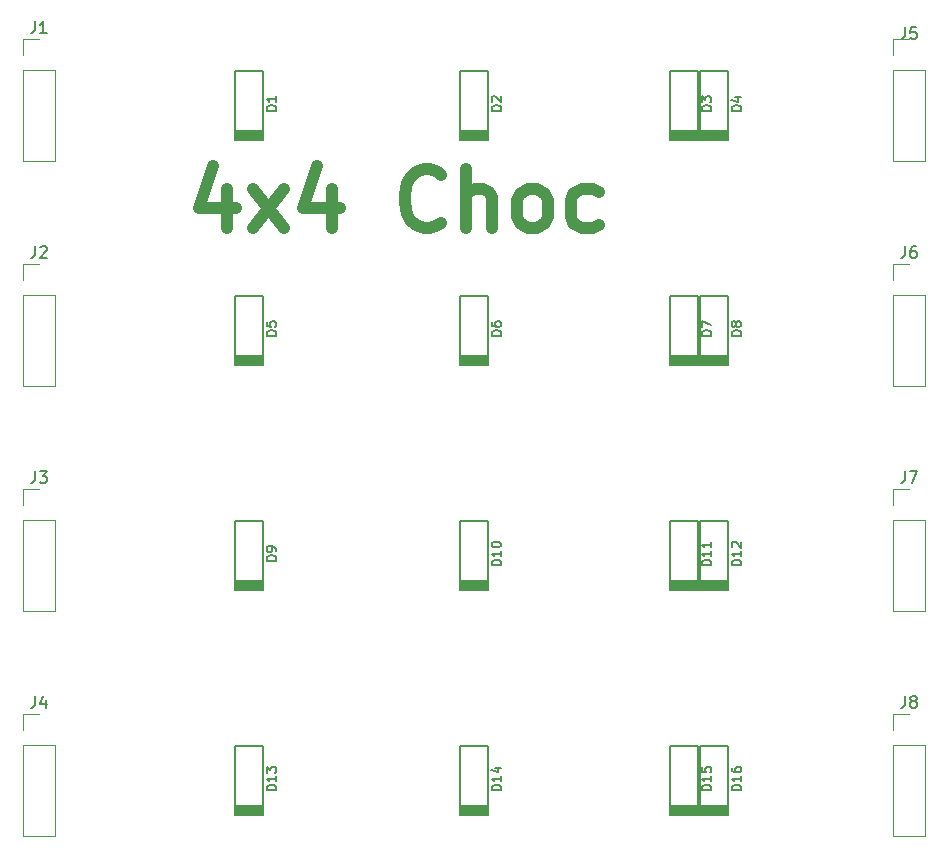
<source format=gbr>
G04 #@! TF.GenerationSoftware,KiCad,Pcbnew,(5.0.0)*
G04 #@! TF.CreationDate,2018-10-05T17:44:57-06:00*
G04 #@! TF.ProjectId,4x4_backpack,3478345F6261636B7061636B2E6B6963,rev?*
G04 #@! TF.SameCoordinates,Original*
G04 #@! TF.FileFunction,Legend,Top*
G04 #@! TF.FilePolarity,Positive*
%FSLAX46Y46*%
G04 Gerber Fmt 4.6, Leading zero omitted, Abs format (unit mm)*
G04 Created by KiCad (PCBNEW (5.0.0)) date 10/05/18 17:44:57*
%MOMM*%
%LPD*%
G01*
G04 APERTURE LIST*
%ADD10C,1.000000*%
%ADD11C,0.120000*%
%ADD12C,0.200000*%
%ADD13C,0.150000*%
G04 APERTURE END LIST*
D10*
X93426190Y-93543571D02*
X93426190Y-96876904D01*
X92235714Y-91638809D02*
X91045238Y-95210238D01*
X94140476Y-95210238D01*
X95569047Y-96876904D02*
X98188095Y-93543571D01*
X95569047Y-93543571D02*
X98188095Y-96876904D01*
X102235714Y-93543571D02*
X102235714Y-96876904D01*
X101045238Y-91638809D02*
X99854761Y-95210238D01*
X102950000Y-95210238D01*
X111521428Y-96400714D02*
X111283333Y-96638809D01*
X110569047Y-96876904D01*
X110092857Y-96876904D01*
X109378571Y-96638809D01*
X108902380Y-96162619D01*
X108664285Y-95686428D01*
X108426190Y-94734047D01*
X108426190Y-94019761D01*
X108664285Y-93067380D01*
X108902380Y-92591190D01*
X109378571Y-92115000D01*
X110092857Y-91876904D01*
X110569047Y-91876904D01*
X111283333Y-92115000D01*
X111521428Y-92353095D01*
X113664285Y-96876904D02*
X113664285Y-91876904D01*
X115807142Y-96876904D02*
X115807142Y-94257857D01*
X115569047Y-93781666D01*
X115092857Y-93543571D01*
X114378571Y-93543571D01*
X113902380Y-93781666D01*
X113664285Y-94019761D01*
X118902380Y-96876904D02*
X118426190Y-96638809D01*
X118188095Y-96400714D01*
X117949999Y-95924523D01*
X117949999Y-94495952D01*
X118188095Y-94019761D01*
X118426190Y-93781666D01*
X118902380Y-93543571D01*
X119616666Y-93543571D01*
X120092857Y-93781666D01*
X120330952Y-94019761D01*
X120569047Y-94495952D01*
X120569047Y-95924523D01*
X120330952Y-96400714D01*
X120092857Y-96638809D01*
X119616666Y-96876904D01*
X118902380Y-96876904D01*
X124854761Y-96638809D02*
X124378571Y-96876904D01*
X123426190Y-96876904D01*
X122949999Y-96638809D01*
X122711904Y-96400714D01*
X122473809Y-95924523D01*
X122473809Y-94495952D01*
X122711904Y-94019761D01*
X122949999Y-93781666D01*
X123426190Y-93543571D01*
X124378571Y-93543571D01*
X124854761Y-93781666D01*
D11*
G04 #@! TO.C,J1*
X76140000Y-91182500D02*
X78800000Y-91182500D01*
X76140000Y-83502500D02*
X76140000Y-91182500D01*
X78800000Y-83502500D02*
X78800000Y-91182500D01*
X76140000Y-83502500D02*
X78800000Y-83502500D01*
X76140000Y-82232500D02*
X76140000Y-80902500D01*
X76140000Y-80902500D02*
X77470000Y-80902500D01*
G04 #@! TO.C,J2*
X76140000Y-99952500D02*
X77470000Y-99952500D01*
X76140000Y-101282500D02*
X76140000Y-99952500D01*
X76140000Y-102552500D02*
X78800000Y-102552500D01*
X78800000Y-102552500D02*
X78800000Y-110232500D01*
X76140000Y-102552500D02*
X76140000Y-110232500D01*
X76140000Y-110232500D02*
X78800000Y-110232500D01*
G04 #@! TO.C,J3*
X76140000Y-129282500D02*
X78800000Y-129282500D01*
X76140000Y-121602500D02*
X76140000Y-129282500D01*
X78800000Y-121602500D02*
X78800000Y-129282500D01*
X76140000Y-121602500D02*
X78800000Y-121602500D01*
X76140000Y-120332500D02*
X76140000Y-119002500D01*
X76140000Y-119002500D02*
X77470000Y-119002500D01*
G04 #@! TO.C,J4*
X76140000Y-138052500D02*
X77470000Y-138052500D01*
X76140000Y-139382500D02*
X76140000Y-138052500D01*
X76140000Y-140652500D02*
X78800000Y-140652500D01*
X78800000Y-140652500D02*
X78800000Y-148332500D01*
X76140000Y-140652500D02*
X76140000Y-148332500D01*
X76140000Y-148332500D02*
X78800000Y-148332500D01*
G04 #@! TO.C,J5*
X149800000Y-91182500D02*
X152460000Y-91182500D01*
X149800000Y-83502500D02*
X149800000Y-91182500D01*
X152460000Y-83502500D02*
X152460000Y-91182500D01*
X149800000Y-83502500D02*
X152460000Y-83502500D01*
X149800000Y-82232500D02*
X149800000Y-80902500D01*
X149800000Y-80902500D02*
X151130000Y-80902500D01*
G04 #@! TO.C,J6*
X149800000Y-99952500D02*
X151130000Y-99952500D01*
X149800000Y-101282500D02*
X149800000Y-99952500D01*
X149800000Y-102552500D02*
X152460000Y-102552500D01*
X152460000Y-102552500D02*
X152460000Y-110232500D01*
X149800000Y-102552500D02*
X149800000Y-110232500D01*
X149800000Y-110232500D02*
X152460000Y-110232500D01*
G04 #@! TO.C,J7*
X149800000Y-129282500D02*
X152460000Y-129282500D01*
X149800000Y-121602500D02*
X149800000Y-129282500D01*
X152460000Y-121602500D02*
X152460000Y-129282500D01*
X149800000Y-121602500D02*
X152460000Y-121602500D01*
X149800000Y-120332500D02*
X149800000Y-119002500D01*
X149800000Y-119002500D02*
X151130000Y-119002500D01*
G04 #@! TO.C,J8*
X149800000Y-138052500D02*
X151130000Y-138052500D01*
X149800000Y-139382500D02*
X149800000Y-138052500D01*
X149800000Y-140652500D02*
X152460000Y-140652500D01*
X152460000Y-140652500D02*
X152460000Y-148332500D01*
X149800000Y-140652500D02*
X149800000Y-148332500D01*
X149800000Y-148332500D02*
X152460000Y-148332500D01*
D12*
G04 #@! TO.C,D1*
X96450000Y-83560000D02*
X96450000Y-89360000D01*
X94050000Y-83560000D02*
X96450000Y-83560000D01*
X94050000Y-89360000D02*
X94050000Y-83560000D01*
X94050000Y-89285000D02*
X96450000Y-89285000D01*
X94050000Y-89160000D02*
X96450000Y-89160000D01*
X96450000Y-89385000D02*
X94050000Y-89385000D01*
X94050000Y-88985000D02*
X96450000Y-88985000D01*
X94050000Y-88810000D02*
X96450000Y-88810000D01*
X94050000Y-88635000D02*
X96450000Y-88635000D01*
G04 #@! TO.C,D2*
X115500000Y-83560000D02*
X115500000Y-89360000D01*
X113100000Y-83560000D02*
X115500000Y-83560000D01*
X113100000Y-89360000D02*
X113100000Y-83560000D01*
X113100000Y-89285000D02*
X115500000Y-89285000D01*
X113100000Y-89160000D02*
X115500000Y-89160000D01*
X115500000Y-89385000D02*
X113100000Y-89385000D01*
X113100000Y-88985000D02*
X115500000Y-88985000D01*
X113100000Y-88810000D02*
X115500000Y-88810000D01*
X113100000Y-88635000D02*
X115500000Y-88635000D01*
G04 #@! TO.C,D3*
X130880000Y-88635000D02*
X133280000Y-88635000D01*
X130880000Y-88810000D02*
X133280000Y-88810000D01*
X130880000Y-88985000D02*
X133280000Y-88985000D01*
X133280000Y-89385000D02*
X130880000Y-89385000D01*
X130880000Y-89160000D02*
X133280000Y-89160000D01*
X130880000Y-89285000D02*
X133280000Y-89285000D01*
X130880000Y-89360000D02*
X130880000Y-83560000D01*
X130880000Y-83560000D02*
X133280000Y-83560000D01*
X133280000Y-83560000D02*
X133280000Y-89360000D01*
G04 #@! TO.C,D4*
X133420000Y-88635000D02*
X135820000Y-88635000D01*
X133420000Y-88810000D02*
X135820000Y-88810000D01*
X133420000Y-88985000D02*
X135820000Y-88985000D01*
X135820000Y-89385000D02*
X133420000Y-89385000D01*
X133420000Y-89160000D02*
X135820000Y-89160000D01*
X133420000Y-89285000D02*
X135820000Y-89285000D01*
X133420000Y-89360000D02*
X133420000Y-83560000D01*
X133420000Y-83560000D02*
X135820000Y-83560000D01*
X135820000Y-83560000D02*
X135820000Y-89360000D01*
G04 #@! TO.C,D5*
X96450000Y-102610000D02*
X96450000Y-108410000D01*
X94050000Y-102610000D02*
X96450000Y-102610000D01*
X94050000Y-108410000D02*
X94050000Y-102610000D01*
X94050000Y-108335000D02*
X96450000Y-108335000D01*
X94050000Y-108210000D02*
X96450000Y-108210000D01*
X96450000Y-108435000D02*
X94050000Y-108435000D01*
X94050000Y-108035000D02*
X96450000Y-108035000D01*
X94050000Y-107860000D02*
X96450000Y-107860000D01*
X94050000Y-107685000D02*
X96450000Y-107685000D01*
G04 #@! TO.C,D6*
X113100000Y-107685000D02*
X115500000Y-107685000D01*
X113100000Y-107860000D02*
X115500000Y-107860000D01*
X113100000Y-108035000D02*
X115500000Y-108035000D01*
X115500000Y-108435000D02*
X113100000Y-108435000D01*
X113100000Y-108210000D02*
X115500000Y-108210000D01*
X113100000Y-108335000D02*
X115500000Y-108335000D01*
X113100000Y-108410000D02*
X113100000Y-102610000D01*
X113100000Y-102610000D02*
X115500000Y-102610000D01*
X115500000Y-102610000D02*
X115500000Y-108410000D01*
G04 #@! TO.C,D7*
X133280000Y-102610000D02*
X133280000Y-108410000D01*
X130880000Y-102610000D02*
X133280000Y-102610000D01*
X130880000Y-108410000D02*
X130880000Y-102610000D01*
X130880000Y-108335000D02*
X133280000Y-108335000D01*
X130880000Y-108210000D02*
X133280000Y-108210000D01*
X133280000Y-108435000D02*
X130880000Y-108435000D01*
X130880000Y-108035000D02*
X133280000Y-108035000D01*
X130880000Y-107860000D02*
X133280000Y-107860000D01*
X130880000Y-107685000D02*
X133280000Y-107685000D01*
G04 #@! TO.C,D8*
X133420000Y-107685000D02*
X135820000Y-107685000D01*
X133420000Y-107860000D02*
X135820000Y-107860000D01*
X133420000Y-108035000D02*
X135820000Y-108035000D01*
X135820000Y-108435000D02*
X133420000Y-108435000D01*
X133420000Y-108210000D02*
X135820000Y-108210000D01*
X133420000Y-108335000D02*
X135820000Y-108335000D01*
X133420000Y-108410000D02*
X133420000Y-102610000D01*
X133420000Y-102610000D02*
X135820000Y-102610000D01*
X135820000Y-102610000D02*
X135820000Y-108410000D01*
G04 #@! TO.C,D9*
X94050000Y-126735000D02*
X96450000Y-126735000D01*
X94050000Y-126910000D02*
X96450000Y-126910000D01*
X94050000Y-127085000D02*
X96450000Y-127085000D01*
X96450000Y-127485000D02*
X94050000Y-127485000D01*
X94050000Y-127260000D02*
X96450000Y-127260000D01*
X94050000Y-127385000D02*
X96450000Y-127385000D01*
X94050000Y-127460000D02*
X94050000Y-121660000D01*
X94050000Y-121660000D02*
X96450000Y-121660000D01*
X96450000Y-121660000D02*
X96450000Y-127460000D01*
G04 #@! TO.C,D10*
X115500000Y-121660000D02*
X115500000Y-127460000D01*
X113100000Y-121660000D02*
X115500000Y-121660000D01*
X113100000Y-127460000D02*
X113100000Y-121660000D01*
X113100000Y-127385000D02*
X115500000Y-127385000D01*
X113100000Y-127260000D02*
X115500000Y-127260000D01*
X115500000Y-127485000D02*
X113100000Y-127485000D01*
X113100000Y-127085000D02*
X115500000Y-127085000D01*
X113100000Y-126910000D02*
X115500000Y-126910000D01*
X113100000Y-126735000D02*
X115500000Y-126735000D01*
G04 #@! TO.C,D11*
X130880000Y-126735000D02*
X133280000Y-126735000D01*
X130880000Y-126910000D02*
X133280000Y-126910000D01*
X130880000Y-127085000D02*
X133280000Y-127085000D01*
X133280000Y-127485000D02*
X130880000Y-127485000D01*
X130880000Y-127260000D02*
X133280000Y-127260000D01*
X130880000Y-127385000D02*
X133280000Y-127385000D01*
X130880000Y-127460000D02*
X130880000Y-121660000D01*
X130880000Y-121660000D02*
X133280000Y-121660000D01*
X133280000Y-121660000D02*
X133280000Y-127460000D01*
G04 #@! TO.C,D12*
X135820000Y-121660000D02*
X135820000Y-127460000D01*
X133420000Y-121660000D02*
X135820000Y-121660000D01*
X133420000Y-127460000D02*
X133420000Y-121660000D01*
X133420000Y-127385000D02*
X135820000Y-127385000D01*
X133420000Y-127260000D02*
X135820000Y-127260000D01*
X135820000Y-127485000D02*
X133420000Y-127485000D01*
X133420000Y-127085000D02*
X135820000Y-127085000D01*
X133420000Y-126910000D02*
X135820000Y-126910000D01*
X133420000Y-126735000D02*
X135820000Y-126735000D01*
G04 #@! TO.C,D13*
X96450000Y-140710000D02*
X96450000Y-146510000D01*
X94050000Y-140710000D02*
X96450000Y-140710000D01*
X94050000Y-146510000D02*
X94050000Y-140710000D01*
X94050000Y-146435000D02*
X96450000Y-146435000D01*
X94050000Y-146310000D02*
X96450000Y-146310000D01*
X96450000Y-146535000D02*
X94050000Y-146535000D01*
X94050000Y-146135000D02*
X96450000Y-146135000D01*
X94050000Y-145960000D02*
X96450000Y-145960000D01*
X94050000Y-145785000D02*
X96450000Y-145785000D01*
G04 #@! TO.C,D14*
X113100000Y-145785000D02*
X115500000Y-145785000D01*
X113100000Y-145960000D02*
X115500000Y-145960000D01*
X113100000Y-146135000D02*
X115500000Y-146135000D01*
X115500000Y-146535000D02*
X113100000Y-146535000D01*
X113100000Y-146310000D02*
X115500000Y-146310000D01*
X113100000Y-146435000D02*
X115500000Y-146435000D01*
X113100000Y-146510000D02*
X113100000Y-140710000D01*
X113100000Y-140710000D02*
X115500000Y-140710000D01*
X115500000Y-140710000D02*
X115500000Y-146510000D01*
G04 #@! TO.C,D15*
X130880000Y-145785000D02*
X133280000Y-145785000D01*
X130880000Y-145960000D02*
X133280000Y-145960000D01*
X130880000Y-146135000D02*
X133280000Y-146135000D01*
X133280000Y-146535000D02*
X130880000Y-146535000D01*
X130880000Y-146310000D02*
X133280000Y-146310000D01*
X130880000Y-146435000D02*
X133280000Y-146435000D01*
X130880000Y-146510000D02*
X130880000Y-140710000D01*
X130880000Y-140710000D02*
X133280000Y-140710000D01*
X133280000Y-140710000D02*
X133280000Y-146510000D01*
G04 #@! TO.C,D16*
X135820000Y-140710000D02*
X135820000Y-146510000D01*
X133420000Y-140710000D02*
X135820000Y-140710000D01*
X133420000Y-146510000D02*
X133420000Y-140710000D01*
X133420000Y-146435000D02*
X135820000Y-146435000D01*
X133420000Y-146310000D02*
X135820000Y-146310000D01*
X135820000Y-146535000D02*
X133420000Y-146535000D01*
X133420000Y-146135000D02*
X135820000Y-146135000D01*
X133420000Y-145960000D02*
X135820000Y-145960000D01*
X133420000Y-145785000D02*
X135820000Y-145785000D01*
G04 #@! TO.C,J1*
D13*
X77136666Y-79354880D02*
X77136666Y-80069166D01*
X77089047Y-80212023D01*
X76993809Y-80307261D01*
X76850952Y-80354880D01*
X76755714Y-80354880D01*
X78136666Y-80354880D02*
X77565238Y-80354880D01*
X77850952Y-80354880D02*
X77850952Y-79354880D01*
X77755714Y-79497738D01*
X77660476Y-79592976D01*
X77565238Y-79640595D01*
G04 #@! TO.C,J2*
X77136666Y-98404880D02*
X77136666Y-99119166D01*
X77089047Y-99262023D01*
X76993809Y-99357261D01*
X76850952Y-99404880D01*
X76755714Y-99404880D01*
X77565238Y-98500119D02*
X77612857Y-98452500D01*
X77708095Y-98404880D01*
X77946190Y-98404880D01*
X78041428Y-98452500D01*
X78089047Y-98500119D01*
X78136666Y-98595357D01*
X78136666Y-98690595D01*
X78089047Y-98833452D01*
X77517619Y-99404880D01*
X78136666Y-99404880D01*
G04 #@! TO.C,J3*
X77136666Y-117454880D02*
X77136666Y-118169166D01*
X77089047Y-118312023D01*
X76993809Y-118407261D01*
X76850952Y-118454880D01*
X76755714Y-118454880D01*
X77517619Y-117454880D02*
X78136666Y-117454880D01*
X77803333Y-117835833D01*
X77946190Y-117835833D01*
X78041428Y-117883452D01*
X78089047Y-117931071D01*
X78136666Y-118026309D01*
X78136666Y-118264404D01*
X78089047Y-118359642D01*
X78041428Y-118407261D01*
X77946190Y-118454880D01*
X77660476Y-118454880D01*
X77565238Y-118407261D01*
X77517619Y-118359642D01*
G04 #@! TO.C,J4*
X77136666Y-136504880D02*
X77136666Y-137219166D01*
X77089047Y-137362023D01*
X76993809Y-137457261D01*
X76850952Y-137504880D01*
X76755714Y-137504880D01*
X78041428Y-136838214D02*
X78041428Y-137504880D01*
X77803333Y-136457261D02*
X77565238Y-137171547D01*
X78184285Y-137171547D01*
G04 #@! TO.C,J5*
X150796666Y-79859879D02*
X150796666Y-80574165D01*
X150749047Y-80717022D01*
X150653809Y-80812260D01*
X150510952Y-80859879D01*
X150415714Y-80859879D01*
X151749047Y-79859879D02*
X151272857Y-79859879D01*
X151225238Y-80336070D01*
X151272857Y-80288451D01*
X151368095Y-80240832D01*
X151606190Y-80240832D01*
X151701428Y-80288451D01*
X151749047Y-80336070D01*
X151796666Y-80431308D01*
X151796666Y-80669403D01*
X151749047Y-80764641D01*
X151701428Y-80812260D01*
X151606190Y-80859879D01*
X151368095Y-80859879D01*
X151272857Y-80812260D01*
X151225238Y-80764641D01*
G04 #@! TO.C,J6*
X150796666Y-98404880D02*
X150796666Y-99119166D01*
X150749047Y-99262023D01*
X150653809Y-99357261D01*
X150510952Y-99404880D01*
X150415714Y-99404880D01*
X151701428Y-98404880D02*
X151510952Y-98404880D01*
X151415714Y-98452500D01*
X151368095Y-98500119D01*
X151272857Y-98642976D01*
X151225238Y-98833452D01*
X151225238Y-99214404D01*
X151272857Y-99309642D01*
X151320476Y-99357261D01*
X151415714Y-99404880D01*
X151606190Y-99404880D01*
X151701428Y-99357261D01*
X151749047Y-99309642D01*
X151796666Y-99214404D01*
X151796666Y-98976309D01*
X151749047Y-98881071D01*
X151701428Y-98833452D01*
X151606190Y-98785833D01*
X151415714Y-98785833D01*
X151320476Y-98833452D01*
X151272857Y-98881071D01*
X151225238Y-98976309D01*
G04 #@! TO.C,J7*
X150796666Y-117454880D02*
X150796666Y-118169166D01*
X150749047Y-118312023D01*
X150653809Y-118407261D01*
X150510952Y-118454880D01*
X150415714Y-118454880D01*
X151177619Y-117454880D02*
X151844285Y-117454880D01*
X151415714Y-118454880D01*
G04 #@! TO.C,J8*
X150796666Y-136504880D02*
X150796666Y-137219166D01*
X150749047Y-137362023D01*
X150653809Y-137457261D01*
X150510952Y-137504880D01*
X150415714Y-137504880D01*
X151415714Y-136933452D02*
X151320476Y-136885833D01*
X151272857Y-136838214D01*
X151225238Y-136742976D01*
X151225238Y-136695357D01*
X151272857Y-136600119D01*
X151320476Y-136552500D01*
X151415714Y-136504880D01*
X151606190Y-136504880D01*
X151701428Y-136552500D01*
X151749047Y-136600119D01*
X151796666Y-136695357D01*
X151796666Y-136742976D01*
X151749047Y-136838214D01*
X151701428Y-136885833D01*
X151606190Y-136933452D01*
X151415714Y-136933452D01*
X151320476Y-136981071D01*
X151272857Y-137028690D01*
X151225238Y-137123928D01*
X151225238Y-137314404D01*
X151272857Y-137409642D01*
X151320476Y-137457261D01*
X151415714Y-137504880D01*
X151606190Y-137504880D01*
X151701428Y-137457261D01*
X151749047Y-137409642D01*
X151796666Y-137314404D01*
X151796666Y-137123928D01*
X151749047Y-137028690D01*
X151701428Y-136981071D01*
X151606190Y-136933452D01*
G04 #@! TO.C,D1*
X97536904Y-86950476D02*
X96736904Y-86950476D01*
X96736904Y-86760000D01*
X96775000Y-86645714D01*
X96851190Y-86569523D01*
X96927380Y-86531428D01*
X97079761Y-86493333D01*
X97194047Y-86493333D01*
X97346428Y-86531428D01*
X97422619Y-86569523D01*
X97498809Y-86645714D01*
X97536904Y-86760000D01*
X97536904Y-86950476D01*
X97536904Y-85731428D02*
X97536904Y-86188571D01*
X97536904Y-85960000D02*
X96736904Y-85960000D01*
X96851190Y-86036190D01*
X96927380Y-86112380D01*
X96965476Y-86188571D01*
G04 #@! TO.C,D2*
X116586904Y-86950476D02*
X115786904Y-86950476D01*
X115786904Y-86760000D01*
X115825000Y-86645714D01*
X115901190Y-86569523D01*
X115977380Y-86531428D01*
X116129761Y-86493333D01*
X116244047Y-86493333D01*
X116396428Y-86531428D01*
X116472619Y-86569523D01*
X116548809Y-86645714D01*
X116586904Y-86760000D01*
X116586904Y-86950476D01*
X115863095Y-86188571D02*
X115825000Y-86150476D01*
X115786904Y-86074285D01*
X115786904Y-85883809D01*
X115825000Y-85807619D01*
X115863095Y-85769523D01*
X115939285Y-85731428D01*
X116015476Y-85731428D01*
X116129761Y-85769523D01*
X116586904Y-86226666D01*
X116586904Y-85731428D01*
G04 #@! TO.C,D3*
X134366904Y-86950476D02*
X133566904Y-86950476D01*
X133566904Y-86760000D01*
X133605000Y-86645714D01*
X133681190Y-86569523D01*
X133757380Y-86531428D01*
X133909761Y-86493333D01*
X134024047Y-86493333D01*
X134176428Y-86531428D01*
X134252619Y-86569523D01*
X134328809Y-86645714D01*
X134366904Y-86760000D01*
X134366904Y-86950476D01*
X133566904Y-86226666D02*
X133566904Y-85731428D01*
X133871666Y-85998095D01*
X133871666Y-85883809D01*
X133909761Y-85807619D01*
X133947857Y-85769523D01*
X134024047Y-85731428D01*
X134214523Y-85731428D01*
X134290714Y-85769523D01*
X134328809Y-85807619D01*
X134366904Y-85883809D01*
X134366904Y-86112380D01*
X134328809Y-86188571D01*
X134290714Y-86226666D01*
G04 #@! TO.C,D4*
X136906904Y-86950476D02*
X136106904Y-86950476D01*
X136106904Y-86760000D01*
X136145000Y-86645714D01*
X136221190Y-86569523D01*
X136297380Y-86531428D01*
X136449761Y-86493333D01*
X136564047Y-86493333D01*
X136716428Y-86531428D01*
X136792619Y-86569523D01*
X136868809Y-86645714D01*
X136906904Y-86760000D01*
X136906904Y-86950476D01*
X136373571Y-85807619D02*
X136906904Y-85807619D01*
X136068809Y-85998095D02*
X136640238Y-86188571D01*
X136640238Y-85693333D01*
G04 #@! TO.C,D5*
X97536904Y-106000476D02*
X96736904Y-106000476D01*
X96736904Y-105810000D01*
X96775000Y-105695714D01*
X96851190Y-105619523D01*
X96927380Y-105581428D01*
X97079761Y-105543333D01*
X97194047Y-105543333D01*
X97346428Y-105581428D01*
X97422619Y-105619523D01*
X97498809Y-105695714D01*
X97536904Y-105810000D01*
X97536904Y-106000476D01*
X96736904Y-104819523D02*
X96736904Y-105200476D01*
X97117857Y-105238571D01*
X97079761Y-105200476D01*
X97041666Y-105124285D01*
X97041666Y-104933809D01*
X97079761Y-104857619D01*
X97117857Y-104819523D01*
X97194047Y-104781428D01*
X97384523Y-104781428D01*
X97460714Y-104819523D01*
X97498809Y-104857619D01*
X97536904Y-104933809D01*
X97536904Y-105124285D01*
X97498809Y-105200476D01*
X97460714Y-105238571D01*
G04 #@! TO.C,D6*
X116586904Y-106000476D02*
X115786904Y-106000476D01*
X115786904Y-105810000D01*
X115825000Y-105695714D01*
X115901190Y-105619523D01*
X115977380Y-105581428D01*
X116129761Y-105543333D01*
X116244047Y-105543333D01*
X116396428Y-105581428D01*
X116472619Y-105619523D01*
X116548809Y-105695714D01*
X116586904Y-105810000D01*
X116586904Y-106000476D01*
X115786904Y-104857619D02*
X115786904Y-105010000D01*
X115825000Y-105086190D01*
X115863095Y-105124285D01*
X115977380Y-105200476D01*
X116129761Y-105238571D01*
X116434523Y-105238571D01*
X116510714Y-105200476D01*
X116548809Y-105162380D01*
X116586904Y-105086190D01*
X116586904Y-104933809D01*
X116548809Y-104857619D01*
X116510714Y-104819523D01*
X116434523Y-104781428D01*
X116244047Y-104781428D01*
X116167857Y-104819523D01*
X116129761Y-104857619D01*
X116091666Y-104933809D01*
X116091666Y-105086190D01*
X116129761Y-105162380D01*
X116167857Y-105200476D01*
X116244047Y-105238571D01*
G04 #@! TO.C,D7*
X134366904Y-106000476D02*
X133566904Y-106000476D01*
X133566904Y-105810000D01*
X133605000Y-105695714D01*
X133681190Y-105619523D01*
X133757380Y-105581428D01*
X133909761Y-105543333D01*
X134024047Y-105543333D01*
X134176428Y-105581428D01*
X134252619Y-105619523D01*
X134328809Y-105695714D01*
X134366904Y-105810000D01*
X134366904Y-106000476D01*
X133566904Y-105276666D02*
X133566904Y-104743333D01*
X134366904Y-105086190D01*
G04 #@! TO.C,D8*
X136906904Y-106000476D02*
X136106904Y-106000476D01*
X136106904Y-105810000D01*
X136145000Y-105695714D01*
X136221190Y-105619523D01*
X136297380Y-105581428D01*
X136449761Y-105543333D01*
X136564047Y-105543333D01*
X136716428Y-105581428D01*
X136792619Y-105619523D01*
X136868809Y-105695714D01*
X136906904Y-105810000D01*
X136906904Y-106000476D01*
X136449761Y-105086190D02*
X136411666Y-105162380D01*
X136373571Y-105200476D01*
X136297380Y-105238571D01*
X136259285Y-105238571D01*
X136183095Y-105200476D01*
X136145000Y-105162380D01*
X136106904Y-105086190D01*
X136106904Y-104933809D01*
X136145000Y-104857619D01*
X136183095Y-104819523D01*
X136259285Y-104781428D01*
X136297380Y-104781428D01*
X136373571Y-104819523D01*
X136411666Y-104857619D01*
X136449761Y-104933809D01*
X136449761Y-105086190D01*
X136487857Y-105162380D01*
X136525952Y-105200476D01*
X136602142Y-105238571D01*
X136754523Y-105238571D01*
X136830714Y-105200476D01*
X136868809Y-105162380D01*
X136906904Y-105086190D01*
X136906904Y-104933809D01*
X136868809Y-104857619D01*
X136830714Y-104819523D01*
X136754523Y-104781428D01*
X136602142Y-104781428D01*
X136525952Y-104819523D01*
X136487857Y-104857619D01*
X136449761Y-104933809D01*
G04 #@! TO.C,D9*
X97536904Y-125050476D02*
X96736904Y-125050476D01*
X96736904Y-124860000D01*
X96775000Y-124745714D01*
X96851190Y-124669523D01*
X96927380Y-124631428D01*
X97079761Y-124593333D01*
X97194047Y-124593333D01*
X97346428Y-124631428D01*
X97422619Y-124669523D01*
X97498809Y-124745714D01*
X97536904Y-124860000D01*
X97536904Y-125050476D01*
X97536904Y-124212380D02*
X97536904Y-124060000D01*
X97498809Y-123983809D01*
X97460714Y-123945714D01*
X97346428Y-123869523D01*
X97194047Y-123831428D01*
X96889285Y-123831428D01*
X96813095Y-123869523D01*
X96775000Y-123907619D01*
X96736904Y-123983809D01*
X96736904Y-124136190D01*
X96775000Y-124212380D01*
X96813095Y-124250476D01*
X96889285Y-124288571D01*
X97079761Y-124288571D01*
X97155952Y-124250476D01*
X97194047Y-124212380D01*
X97232142Y-124136190D01*
X97232142Y-123983809D01*
X97194047Y-123907619D01*
X97155952Y-123869523D01*
X97079761Y-123831428D01*
G04 #@! TO.C,D10*
X116586904Y-125431428D02*
X115786904Y-125431428D01*
X115786904Y-125240952D01*
X115825000Y-125126666D01*
X115901190Y-125050476D01*
X115977380Y-125012380D01*
X116129761Y-124974285D01*
X116244047Y-124974285D01*
X116396428Y-125012380D01*
X116472619Y-125050476D01*
X116548809Y-125126666D01*
X116586904Y-125240952D01*
X116586904Y-125431428D01*
X116586904Y-124212380D02*
X116586904Y-124669523D01*
X116586904Y-124440952D02*
X115786904Y-124440952D01*
X115901190Y-124517142D01*
X115977380Y-124593333D01*
X116015476Y-124669523D01*
X115786904Y-123717142D02*
X115786904Y-123640952D01*
X115825000Y-123564761D01*
X115863095Y-123526666D01*
X115939285Y-123488571D01*
X116091666Y-123450476D01*
X116282142Y-123450476D01*
X116434523Y-123488571D01*
X116510714Y-123526666D01*
X116548809Y-123564761D01*
X116586904Y-123640952D01*
X116586904Y-123717142D01*
X116548809Y-123793333D01*
X116510714Y-123831428D01*
X116434523Y-123869523D01*
X116282142Y-123907619D01*
X116091666Y-123907619D01*
X115939285Y-123869523D01*
X115863095Y-123831428D01*
X115825000Y-123793333D01*
X115786904Y-123717142D01*
G04 #@! TO.C,D11*
X134366904Y-125431428D02*
X133566904Y-125431428D01*
X133566904Y-125240952D01*
X133605000Y-125126666D01*
X133681190Y-125050476D01*
X133757380Y-125012380D01*
X133909761Y-124974285D01*
X134024047Y-124974285D01*
X134176428Y-125012380D01*
X134252619Y-125050476D01*
X134328809Y-125126666D01*
X134366904Y-125240952D01*
X134366904Y-125431428D01*
X134366904Y-124212380D02*
X134366904Y-124669523D01*
X134366904Y-124440952D02*
X133566904Y-124440952D01*
X133681190Y-124517142D01*
X133757380Y-124593333D01*
X133795476Y-124669523D01*
X134366904Y-123450476D02*
X134366904Y-123907619D01*
X134366904Y-123679047D02*
X133566904Y-123679047D01*
X133681190Y-123755238D01*
X133757380Y-123831428D01*
X133795476Y-123907619D01*
G04 #@! TO.C,D12*
X136906904Y-125431428D02*
X136106904Y-125431428D01*
X136106904Y-125240952D01*
X136145000Y-125126666D01*
X136221190Y-125050476D01*
X136297380Y-125012380D01*
X136449761Y-124974285D01*
X136564047Y-124974285D01*
X136716428Y-125012380D01*
X136792619Y-125050476D01*
X136868809Y-125126666D01*
X136906904Y-125240952D01*
X136906904Y-125431428D01*
X136906904Y-124212380D02*
X136906904Y-124669523D01*
X136906904Y-124440952D02*
X136106904Y-124440952D01*
X136221190Y-124517142D01*
X136297380Y-124593333D01*
X136335476Y-124669523D01*
X136183095Y-123907619D02*
X136145000Y-123869523D01*
X136106904Y-123793333D01*
X136106904Y-123602857D01*
X136145000Y-123526666D01*
X136183095Y-123488571D01*
X136259285Y-123450476D01*
X136335476Y-123450476D01*
X136449761Y-123488571D01*
X136906904Y-123945714D01*
X136906904Y-123450476D01*
G04 #@! TO.C,D13*
X97536904Y-144481428D02*
X96736904Y-144481428D01*
X96736904Y-144290952D01*
X96775000Y-144176666D01*
X96851190Y-144100476D01*
X96927380Y-144062380D01*
X97079761Y-144024285D01*
X97194047Y-144024285D01*
X97346428Y-144062380D01*
X97422619Y-144100476D01*
X97498809Y-144176666D01*
X97536904Y-144290952D01*
X97536904Y-144481428D01*
X97536904Y-143262380D02*
X97536904Y-143719523D01*
X97536904Y-143490952D02*
X96736904Y-143490952D01*
X96851190Y-143567142D01*
X96927380Y-143643333D01*
X96965476Y-143719523D01*
X96736904Y-142995714D02*
X96736904Y-142500476D01*
X97041666Y-142767142D01*
X97041666Y-142652857D01*
X97079761Y-142576666D01*
X97117857Y-142538571D01*
X97194047Y-142500476D01*
X97384523Y-142500476D01*
X97460714Y-142538571D01*
X97498809Y-142576666D01*
X97536904Y-142652857D01*
X97536904Y-142881428D01*
X97498809Y-142957619D01*
X97460714Y-142995714D01*
G04 #@! TO.C,D14*
X116586904Y-144481428D02*
X115786904Y-144481428D01*
X115786904Y-144290952D01*
X115825000Y-144176666D01*
X115901190Y-144100476D01*
X115977380Y-144062380D01*
X116129761Y-144024285D01*
X116244047Y-144024285D01*
X116396428Y-144062380D01*
X116472619Y-144100476D01*
X116548809Y-144176666D01*
X116586904Y-144290952D01*
X116586904Y-144481428D01*
X116586904Y-143262380D02*
X116586904Y-143719523D01*
X116586904Y-143490952D02*
X115786904Y-143490952D01*
X115901190Y-143567142D01*
X115977380Y-143643333D01*
X116015476Y-143719523D01*
X116053571Y-142576666D02*
X116586904Y-142576666D01*
X115748809Y-142767142D02*
X116320238Y-142957619D01*
X116320238Y-142462380D01*
G04 #@! TO.C,D15*
X134366904Y-144481428D02*
X133566904Y-144481428D01*
X133566904Y-144290952D01*
X133605000Y-144176666D01*
X133681190Y-144100476D01*
X133757380Y-144062380D01*
X133909761Y-144024285D01*
X134024047Y-144024285D01*
X134176428Y-144062380D01*
X134252619Y-144100476D01*
X134328809Y-144176666D01*
X134366904Y-144290952D01*
X134366904Y-144481428D01*
X134366904Y-143262380D02*
X134366904Y-143719523D01*
X134366904Y-143490952D02*
X133566904Y-143490952D01*
X133681190Y-143567142D01*
X133757380Y-143643333D01*
X133795476Y-143719523D01*
X133566904Y-142538571D02*
X133566904Y-142919523D01*
X133947857Y-142957619D01*
X133909761Y-142919523D01*
X133871666Y-142843333D01*
X133871666Y-142652857D01*
X133909761Y-142576666D01*
X133947857Y-142538571D01*
X134024047Y-142500476D01*
X134214523Y-142500476D01*
X134290714Y-142538571D01*
X134328809Y-142576666D01*
X134366904Y-142652857D01*
X134366904Y-142843333D01*
X134328809Y-142919523D01*
X134290714Y-142957619D01*
G04 #@! TO.C,D16*
X136906904Y-144481428D02*
X136106904Y-144481428D01*
X136106904Y-144290952D01*
X136145000Y-144176666D01*
X136221190Y-144100476D01*
X136297380Y-144062380D01*
X136449761Y-144024285D01*
X136564047Y-144024285D01*
X136716428Y-144062380D01*
X136792619Y-144100476D01*
X136868809Y-144176666D01*
X136906904Y-144290952D01*
X136906904Y-144481428D01*
X136906904Y-143262380D02*
X136906904Y-143719523D01*
X136906904Y-143490952D02*
X136106904Y-143490952D01*
X136221190Y-143567142D01*
X136297380Y-143643333D01*
X136335476Y-143719523D01*
X136106904Y-142576666D02*
X136106904Y-142729047D01*
X136145000Y-142805238D01*
X136183095Y-142843333D01*
X136297380Y-142919523D01*
X136449761Y-142957619D01*
X136754523Y-142957619D01*
X136830714Y-142919523D01*
X136868809Y-142881428D01*
X136906904Y-142805238D01*
X136906904Y-142652857D01*
X136868809Y-142576666D01*
X136830714Y-142538571D01*
X136754523Y-142500476D01*
X136564047Y-142500476D01*
X136487857Y-142538571D01*
X136449761Y-142576666D01*
X136411666Y-142652857D01*
X136411666Y-142805238D01*
X136449761Y-142881428D01*
X136487857Y-142919523D01*
X136564047Y-142957619D01*
G04 #@! TD*
M02*

</source>
